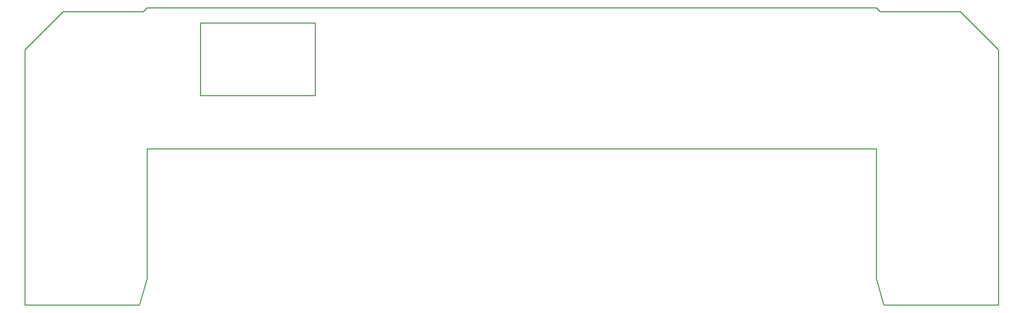
<source format=gbr>
G04 EAGLE Gerber RS-274X export*
G75*
%MOMM*%
%FSLAX34Y34*%
%LPD*%
%IN*%
%IPPOS*%
%AMOC8*
5,1,8,0,0,1.08239X$1,22.5*%
G01*
G04 Define Apertures*
%ADD10C,0.254000*%
D10*
X170000Y-20000D02*
X470000Y-20000D01*
X490000Y50000D01*
X490000Y390000D01*
X2400000Y390000D01*
X2400000Y50000D01*
X2420000Y-20000D01*
X2720000Y-20000D01*
X2720000Y650000D01*
X2620000Y750000D01*
X2410000Y750000D01*
X2400000Y760000D01*
X490000Y760000D01*
X480000Y750000D01*
X270000Y750000D01*
X170000Y650000D01*
X170000Y-20000D01*
X630000Y530000D02*
X930000Y530000D01*
X930000Y720000D01*
X630000Y720000D01*
X630000Y530000D01*
M02*

</source>
